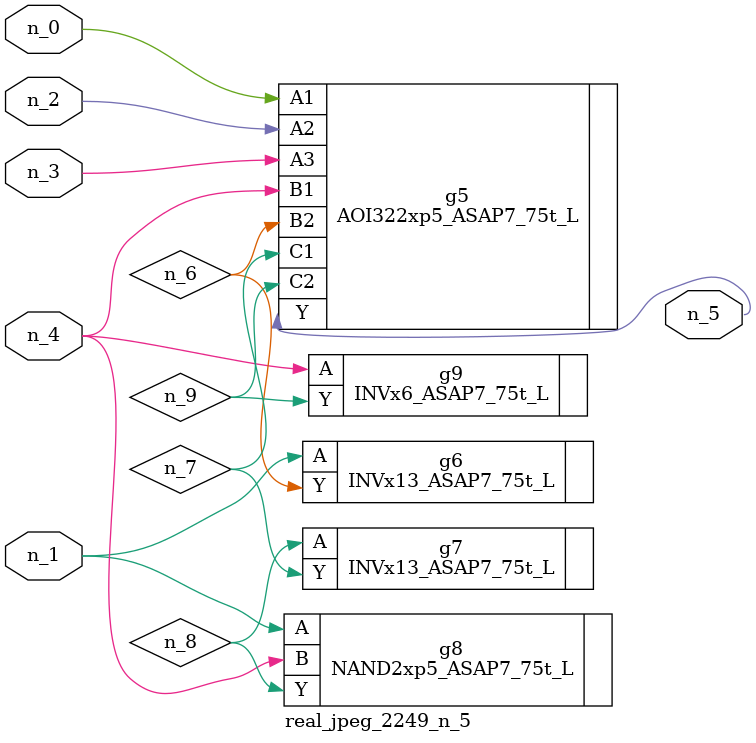
<source format=v>
module real_jpeg_2249_n_5 (n_4, n_0, n_1, n_2, n_3, n_5);

input n_4;
input n_0;
input n_1;
input n_2;
input n_3;

output n_5;

wire n_8;
wire n_6;
wire n_7;
wire n_9;

AOI322xp5_ASAP7_75t_L g5 ( 
.A1(n_0),
.A2(n_2),
.A3(n_3),
.B1(n_4),
.B2(n_6),
.C1(n_7),
.C2(n_9),
.Y(n_5)
);

INVx13_ASAP7_75t_L g6 ( 
.A(n_1),
.Y(n_6)
);

NAND2xp5_ASAP7_75t_L g8 ( 
.A(n_1),
.B(n_4),
.Y(n_8)
);

INVx6_ASAP7_75t_L g9 ( 
.A(n_4),
.Y(n_9)
);

INVx13_ASAP7_75t_L g7 ( 
.A(n_8),
.Y(n_7)
);


endmodule
</source>
